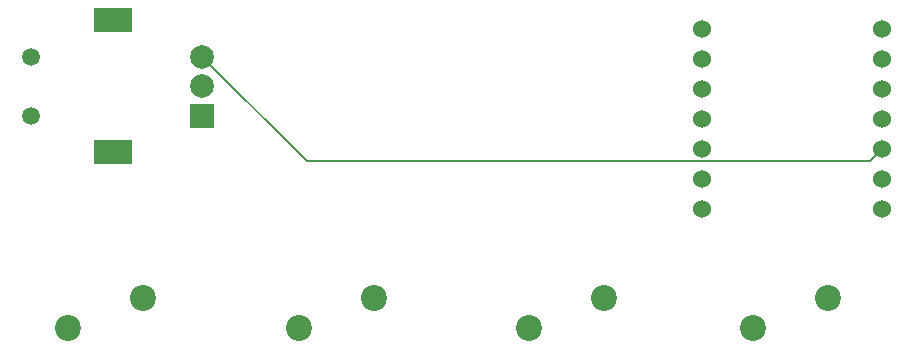
<source format=gbr>
%TF.GenerationSoftware,KiCad,Pcbnew,9.0.2*%
%TF.CreationDate,2025-06-29T15:05:13-04:00*%
%TF.ProjectId,Kicadproject1,4b696361-6470-4726-9f6a-656374312e6b,rev?*%
%TF.SameCoordinates,Original*%
%TF.FileFunction,Copper,L2,Bot*%
%TF.FilePolarity,Positive*%
%FSLAX46Y46*%
G04 Gerber Fmt 4.6, Leading zero omitted, Abs format (unit mm)*
G04 Created by KiCad (PCBNEW 9.0.2) date 2025-06-29 15:05:13*
%MOMM*%
%LPD*%
G01*
G04 APERTURE LIST*
%TA.AperFunction,ComponentPad*%
%ADD10C,1.500000*%
%TD*%
%TA.AperFunction,ComponentPad*%
%ADD11R,2.000000X2.000000*%
%TD*%
%TA.AperFunction,ComponentPad*%
%ADD12C,2.000000*%
%TD*%
%TA.AperFunction,ComponentPad*%
%ADD13R,3.200000X2.000000*%
%TD*%
%TA.AperFunction,ComponentPad*%
%ADD14C,2.200000*%
%TD*%
%TA.AperFunction,ComponentPad*%
%ADD15C,1.524000*%
%TD*%
%TA.AperFunction,Conductor*%
%ADD16C,0.200000*%
%TD*%
G04 APERTURE END LIST*
D10*
%TO.P,SW5,*%
%TO.N,*%
X56500000Y-69500000D03*
X56500000Y-64500000D03*
D11*
%TO.P,SW5,A,A*%
%TO.N,Net-(U1-GPIO3{slash}MOSI)*%
X71000000Y-69500000D03*
D12*
%TO.P,SW5,B,B*%
%TO.N,Net-(U1-GPIO4{slash}MISO)*%
X71000000Y-64500000D03*
%TO.P,SW5,C,C*%
%TO.N,GND*%
X71000000Y-67000000D03*
D13*
%TO.P,SW5,MP*%
%TO.N,N/C*%
X63500000Y-72600000D03*
X63500000Y-61400000D03*
%TD*%
D14*
%TO.P,SW2,1,1*%
%TO.N,GND*%
X105040000Y-84920000D03*
%TO.P,SW2,2,2*%
%TO.N,Net-(U1-GPIO26{slash}ADC0{slash}A0)*%
X98690000Y-87460000D03*
%TD*%
%TO.P,SW4,1,1*%
%TO.N,GND*%
X66040000Y-84920000D03*
%TO.P,SW4,2,2*%
%TO.N,Net-(U1-GPIO28{slash}ADC2{slash}A2)*%
X59690000Y-87460000D03*
%TD*%
D15*
%TO.P,U1,1,GPIO26/ADC0/A0*%
%TO.N,Net-(U1-GPIO26{slash}ADC0{slash}A0)*%
X113380000Y-62148500D03*
%TO.P,U1,2,GPIO27/ADC1/A1*%
%TO.N,Net-(U1-GPIO27{slash}ADC1{slash}A1)*%
X113380000Y-64688500D03*
%TO.P,U1,3,GPIO28/ADC2/A2*%
%TO.N,Net-(U1-GPIO28{slash}ADC2{slash}A2)*%
X113380000Y-67228500D03*
%TO.P,U1,4,GPIO29/ADC3/A3*%
%TO.N,Net-(U1-GPIO29{slash}ADC3{slash}A3)*%
X113380000Y-69768500D03*
%TO.P,U1,5,GPIO6/SDA*%
%TO.N,unconnected-(U1-GPIO6{slash}SDA-Pad5)*%
X113380000Y-72308500D03*
%TO.P,U1,6,GPIO7/SCL*%
%TO.N,unconnected-(U1-GPIO7{slash}SCL-Pad6)*%
X113380000Y-74848500D03*
%TO.P,U1,7,GPIO0/TX*%
%TO.N,unconnected-(U1-GPIO0{slash}TX-Pad7)*%
X113380000Y-77388500D03*
%TO.P,U1,8,GPIO1/RX*%
%TO.N,unconnected-(U1-GPIO1{slash}RX-Pad8)*%
X128620000Y-77388500D03*
%TO.P,U1,9,GPIO2/SCK*%
%TO.N,unconnected-(U1-GPIO2{slash}SCK-Pad9)*%
X128620000Y-74848500D03*
%TO.P,U1,10,GPIO4/MISO*%
%TO.N,Net-(U1-GPIO4{slash}MISO)*%
X128620000Y-72308500D03*
%TO.P,U1,11,GPIO3/MOSI*%
%TO.N,Net-(U1-GPIO3{slash}MOSI)*%
X128620000Y-69768500D03*
%TO.P,U1,12,3V3*%
%TO.N,unconnected-(U1-3V3-Pad12)*%
X128620000Y-67228500D03*
%TO.P,U1,13,GND*%
%TO.N,GND*%
X128620000Y-64688500D03*
%TO.P,U1,14,VBUS*%
%TO.N,+5V*%
X128620000Y-62148500D03*
%TD*%
D14*
%TO.P,SW3,1,1*%
%TO.N,GND*%
X124040000Y-84920000D03*
%TO.P,SW3,2,2*%
%TO.N,Net-(U1-GPIO29{slash}ADC3{slash}A3)*%
X117690000Y-87460000D03*
%TD*%
%TO.P,SW1,1,1*%
%TO.N,GND*%
X85540000Y-84920000D03*
%TO.P,SW1,2,2*%
%TO.N,Net-(U1-GPIO27{slash}ADC1{slash}A1)*%
X79190000Y-87460000D03*
%TD*%
D16*
%TO.N,Net-(U1-GPIO4{slash}MISO)*%
X127557000Y-73371500D02*
X128620000Y-72308500D01*
X79871500Y-73371500D02*
X127557000Y-73371500D01*
X71000000Y-64500000D02*
X79871500Y-73371500D01*
%TD*%
M02*

</source>
